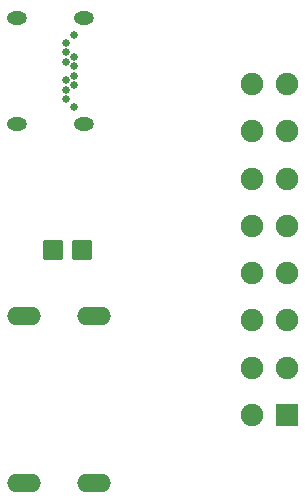
<source format=gbs>
G04 Layer: BottomSolderMaskLayer*
G04 EasyEDA Pro v2.2.37.7, 2025-04-21 16:56:55*
G04 Gerber Generator version 0.3*
G04 Scale: 100 percent, Rotated: No, Reflected: No*
G04 Dimensions in millimeters*
G04 Leading zeros omitted, absolute positions, 4 integers and 5 decimals*
%FSLAX45Y45*%
%MOMM*%
%AMRoundRect*1,1,$1,$2,$3*1,1,$1,$4,$5*1,1,$1,0-$2,0-$3*1,1,$1,0-$4,0-$5*20,1,$1,$2,$3,$4,$5,0*20,1,$1,$4,$5,0-$2,0-$3,0*20,1,$1,0-$2,0-$3,0-$4,0-$5,0*20,1,$1,0-$4,0-$5,$2,$3,0*4,1,4,$2,$3,$4,$5,0-$2,0-$3,0-$4,0-$5,$2,$3,0*%
%ADD10C,1.9016*%
%ADD11RoundRect,0.09645X-0.90257X0.90257X0.90257X0.90257*%
%ADD12O,2.85201X1.55201*%
%ADD13C,0.65161*%
%ADD14O,1.7016X1.1016*%
%ADD15RoundRect,0.09422X0.7649X-0.7649X-0.7649X-0.7649*%
G75*


G04 Pad Start*
G54D10*
G01X-20700200Y4651200D03*
G01X-20700200Y4251201D03*
G01X-20700200Y3851202D03*
G01X-20700200Y3451202D03*
G01X-20700200Y3051203D03*
G01X-20700200Y2651204D03*
G01X-20700200Y2251205D03*
G01X-20700200Y1851206D03*
G01X-20400188Y4651200D03*
G01X-20400188Y4251201D03*
G01X-20400188Y3851202D03*
G01X-20400188Y3451202D03*
G01X-20400188Y3051203D03*
G01X-20400188Y2651204D03*
G01X-20400188Y2251205D03*
G54D11*
G01X-20400213Y1851206D03*
G54D12*
G01X-22627603Y2686202D03*
G01X-22627603Y1276198D03*
G01X-22037611Y2686202D03*
G01X-22037611Y1276198D03*
G54D13*
G01X-22205848Y4457510D03*
G01X-22205848Y5067516D03*
G01X-22275851Y5002517D03*
G01X-22275851Y4522508D03*
G01X-22275851Y4922507D03*
G01X-22275851Y4602518D03*
G01X-22275851Y4842523D03*
G01X-22275851Y4682503D03*
G01X-22205848Y4882502D03*
G01X-22205848Y4642523D03*
G01X-22205848Y4802518D03*
G01X-22205848Y4722508D03*
G54D14*
G01X-22124848Y4312501D03*
G01X-22124848Y5212499D03*
G01X-22685858Y4312501D03*
G01X-22685858Y5212499D03*
G54D15*
G01X-22138094Y3251200D03*
G01X-22388106Y3251200D03*
G04 Pad End*

M02*


</source>
